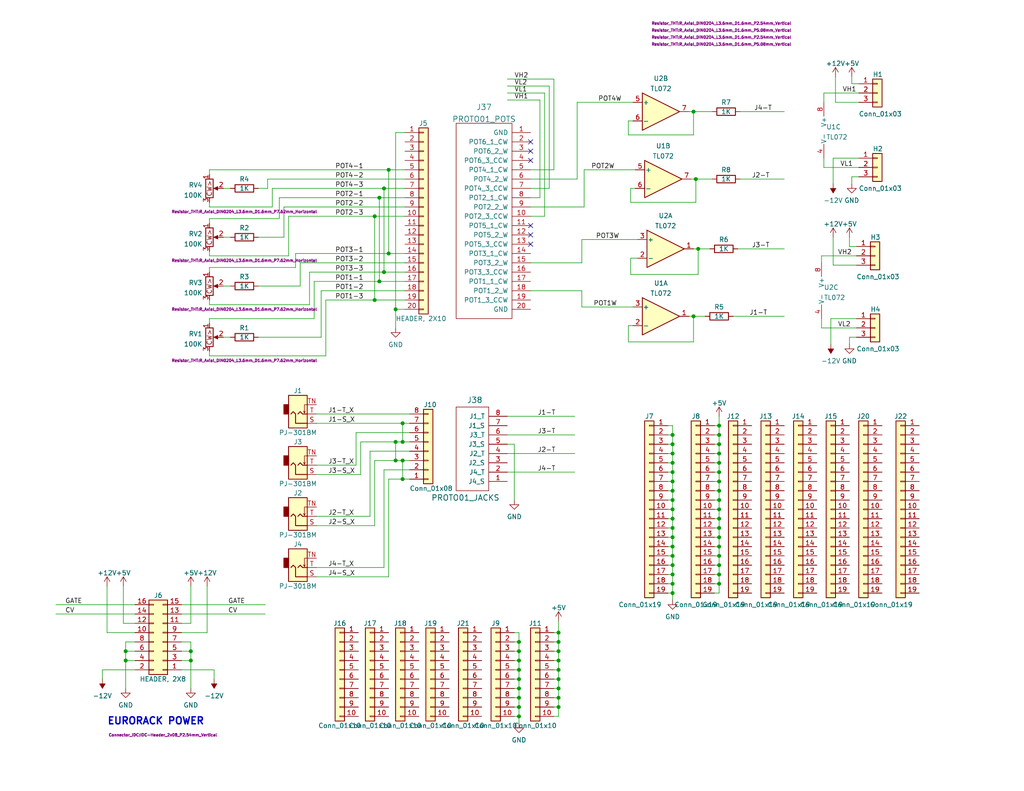
<source format=kicad_sch>
(kicad_sch (version 20211123) (generator eeschema)
  (paper "A")
  (title_block (title "ER-PROTO-DB-01 BUFFERED CV POTS") (date "2022-11-07") (rev "1"))
  (lib_symbols
    (symbol "Amplifier_Operational:TL072" (pin_names (offset 0.127))
      (property "Reference" "U" (at 0 5.08 0))
      (property "Value" "TL072" (at 0 -5.08 0))
      (symbol "TL072_1_1"
        (pin output line (at 7.62 0 180) (length 2.54) (name "~") (number "1"))
        (pin input line (at -7.62 -2.54 0) (length 2.54) (name "-") (number "2"))
        (pin input line (at -7.62 2.54 0) (length 2.54) (name "+") (number "3"))
      )
      (symbol "TL072_2_1"
        (pin input line (at -7.62 2.54 0) (length 2.54) (name "+") (number "5"))
        (pin input line (at -7.62 -2.54 0) (length 2.54) (name "-") (number "6"))
        (pin output line (at 7.62 0 180) (length 2.54) (name "~") (number "7"))
      )
      (symbol "TL072_3_1"
        (pin power_in line (at -2.54 -7.62 90) (length 3.81) (name "V-") (number "4"))
        (pin power_in line (at -2.54 7.62 270) (length 3.81) (name "V+") (number "8"))
      )
    )
    (symbol "Connector:AudioJack2_SwitchT"
      (property "Reference" "J" (at 0 8.89 0))
      (property "Value" "AudioJack2_SwitchT" (at 0 6.35 0))
      (symbol "AudioJack2_SwitchT_1_1"
        (pin passive line (at 5.08 2.54 180) (length 2.54) (name "~") (number "S"))
        (pin passive line (at 5.08 0 180) (length 2.54) (name "~") (number "T"))
        (pin passive line (at 5.08 -2.54 180) (length 2.54) (name "~") (number "TN"))
      )
    )
    (symbol "Connector_Generic:Conn_01x03" (pin_names (offset 1.016) hide)
      (property "Reference" "J" (at 0 5.08 0))
      (property "Value" "Conn_01x03" (at 0 -5.08 0))
      (symbol "Conn_01x03_1_1"
        (pin passive line (at -5.08 2.54 0) (length 3.81) (name "Pin_1") (number "1"))
        (pin passive line (at -5.08 0 0) (length 3.81) (name "Pin_2") (number "2"))
        (pin passive line (at -5.08 -2.54 0) (length 3.81) (name "Pin_3") (number "3"))
      )
    )
    (symbol "Connector_Generic:Conn_01x08" (pin_names (offset 1.016) hide)
      (property "Reference" "J" (at 0 10.16 0))
      (property "Value" "Conn_01x08" (at 0 -12.7 0))
      (symbol "Conn_01x08_1_1"
        (pin passive line (at -5.08 7.62 0) (length 3.81) (name "Pin_1") (number "1"))
        (pin passive line (at -5.08 5.08 0) (length 3.81) (name "Pin_2") (number "2"))
        (pin passive line (at -5.08 2.54 0) (length 3.81) (name "Pin_3") (number "3"))
        (pin passive line (at -5.08 0 0) (length 3.81) (name "Pin_4") (number "4"))
        (pin passive line (at -5.08 -2.54 0) (length 3.81) (name "Pin_5") (number "5"))
        (pin passive line (at -5.08 -5.08 0) (length 3.81) (name "Pin_6") (number "6"))
        (pin passive line (at -5.08 -7.62 0) (length 3.81) (name "Pin_7") (number "7"))
        (pin passive line (at -5.08 -10.16 0) (length 3.81) (name "Pin_8") (number "8"))
      )
    )
    (symbol "Connector_Generic:Conn_01x10" (pin_names (offset 1.016) hide)
      (property "Reference" "J" (at 0 12.7 0))
      (property "Value" "Conn_01x10" (at 0 -15.24 0))
      (symbol "Conn_01x10_1_1"
        (pin passive line (at -5.08 10.16 0) (length 3.81) (name "Pin_1") (number "1"))
        (pin passive line (at -5.08 -12.7 0) (length 3.81) (name "Pin_10") (number "10"))
        (pin passive line (at -5.08 7.62 0) (length 3.81) (name "Pin_2") (number "2"))
        (pin passive line (at -5.08 5.08 0) (length 3.81) (name "Pin_3") (number "3"))
        (pin passive line (at -5.08 2.54 0) (length 3.81) (name "Pin_4") (number "4"))
        (pin passive line (at -5.08 0 0) (length 3.81) (name "Pin_5") (number "5"))
        (pin passive line (at -5.08 -2.54 0) (length 3.81) (name "Pin_6") (number "6"))
        (pin passive line (at -5.08 -5.08 0) (length 3.81) (name "Pin_7") (number "7"))
        (pin passive line (at -5.08 -7.62 0) (length 3.81) (name "Pin_8") (number "8"))
        (pin passive line (at -5.08 -10.16 0) (length 3.81) (name "Pin_9") (number "9"))
      )
    )
    (symbol "Connector_Generic:Conn_01x19" (pin_names (offset 1.016) hide)
      (property "Reference" "J" (at 0 25.4 0))
      (property "Value" "Conn_01x19" (at 0 -25.4 0))
      (symbol "Conn_01x19_1_1"
        (pin passive line (at -5.08 22.86 0) (length 3.81) (name "Pin_1") (number "1"))
        (pin passive line (at -5.08 0 0) (length 3.81) (name "Pin_10") (number "10"))
        (pin passive line (at -5.08 -2.54 0) (length 3.81) (name "Pin_11") (number "11"))
        (pin passive line (at -5.08 -5.08 0) (length 3.81) (name "Pin_12") (number "12"))
        (pin passive line (at -5.08 -7.62 0) (length 3.81) (name "Pin_13") (number "13"))
        (pin passive line (at -5.08 -10.16 0) (length 3.81) (name "Pin_14") (number "14"))
        (pin passive line (at -5.08 -12.7 0) (length 3.81) (name "Pin_15") (number "15"))
        (pin passive line (at -5.08 -15.24 0) (length 3.81) (name "Pin_16") (number "16"))
        (pin passive line (at -5.08 -17.78 0) (length 3.81) (name "Pin_17") (number "17"))
        (pin passive line (at -5.08 -20.32 0) (length 3.81) (name "Pin_18") (number "18"))
        (pin passive line (at -5.08 -22.86 0) (length 3.81) (name "Pin_19") (number "19"))
        (pin passive line (at -5.08 20.32 0) (length 3.81) (name "Pin_2") (number "2"))
        (pin passive line (at -5.08 17.78 0) (length 3.81) (name "Pin_3") (number "3"))
        (pin passive line (at -5.08 15.24 0) (length 3.81) (name "Pin_4") (number "4"))
        (pin passive line (at -5.08 12.7 0) (length 3.81) (name "Pin_5") (number "5"))
        (pin passive line (at -5.08 10.16 0) (length 3.81) (name "Pin_6") (number "6"))
        (pin passive line (at -5.08 7.62 0) (length 3.81) (name "Pin_7") (number "7"))
        (pin passive line (at -5.08 5.08 0) (length 3.81) (name "Pin_8") (number "8"))
        (pin passive line (at -5.08 2.54 0) (length 3.81) (name "Pin_9") (number "9"))
      )
    )
    (symbol "Connector_Generic:Conn_01x20" (pin_names (offset 1.016) hide)
      (property "Reference" "J" (at 0 25.4 0))
      (property "Value" "Conn_01x20" (at 0 -27.94 0))
      (symbol "Conn_01x20_1_1"
        (pin passive line (at -5.08 22.86 0) (length 3.81) (name "Pin_1") (number "1"))
        (pin passive line (at -5.08 0 0) (length 3.81) (name "Pin_10") (number "10"))
        (pin passive line (at -5.08 -2.54 0) (length 3.81) (name "Pin_11") (number "11"))
        (pin passive line (at -5.08 -5.08 0) (length 3.81) (name "Pin_12") (number "12"))
        (pin passive line (at -5.08 -7.62 0) (length 3.81) (name "Pin_13") (number "13"))
        (pin passive line (at -5.08 -10.16 0) (length 3.81) (name "Pin_14") (number "14"))
        (pin passive line (at -5.08 -12.7 0) (length 3.81) (name "Pin_15") (number "15"))
        (pin passive line (at -5.08 -15.24 0) (length 3.81) (name "Pin_16") (number "16"))
        (pin passive line (at -5.08 -17.78 0) (length 3.81) (name "Pin_17") (number "17"))
        (pin passive line (at -5.08 -20.32 0) (length 3.81) (name "Pin_18") (number "18"))
        (pin passive line (at -5.08 -22.86 0) (length 3.81) (name "Pin_19") (number "19"))
        (pin passive line (at -5.08 20.32 0) (length 3.81) (name "Pin_2") (number "2"))
        (pin passive line (at -5.08 -25.4 0) (length 3.81) (name "Pin_20") (number "20"))
        (pin passive line (at -5.08 17.78 0) (length 3.81) (name "Pin_3") (number "3"))
        (pin passive line (at -5.08 15.24 0) (length 3.81) (name "Pin_4") (number "4"))
        (pin passive line (at -5.08 12.7 0) (length 3.81) (name "Pin_5") (number "5"))
        (pin passive line (at -5.08 10.16 0) (length 3.81) (name "Pin_6") (number "6"))
        (pin passive line (at -5.08 7.62 0) (length 3.81) (name "Pin_7") (number "7"))
        (pin passive line (at -5.08 5.08 0) (length 3.81) (name "Pin_8") (number "8"))
        (pin passive line (at -5.08 2.54 0) (length 3.81) (name "Pin_9") (number "9"))
      )
    )
    (symbol "Connector_Generic:Conn_02x08_Odd_Even" (pin_names (offset 1.016) hide)
      (property "Reference" "J" (at 1.27 10.16 0))
      (property "Value" "Conn_02x08_Odd_Even" (at 1.27 -12.7 0))
      (symbol "Conn_02x08_Odd_Even_1_1"
        (pin passive line (at -5.08 7.62 0) (length 3.81) (name "Pin_1") (number "1"))
        (pin passive line (at 7.62 -2.54 180) (length 3.81) (name "Pin_10") (number "10"))
        (pin passive line (at -5.08 -5.08 0) (length 3.81) (name "Pin_11") (number "11"))
        (pin passive line (at 7.62 -5.08 180) (length 3.81) (name "Pin_12") (number "12"))
        (pin passive line (at -5.08 -7.62 0) (length 3.81) (name "Pin_13") (number "13"))
        (pin passive line (at 7.62 -7.62 180) (length 3.81) (name "Pin_14") (number "14"))
        (pin passive line (at -5.08 -10.16 0) (length 3.81) (name "Pin_15") (number "15"))
        (pin passive line (at 7.62 -10.16 180) (length 3.81) (name "Pin_16") (number "16"))
        (pin passive line (at 7.62 7.62 180) (length 3.81) (name "Pin_2") (number "2"))
        (pin passive line (at -5.08 5.08 0) (length 3.81) (name "Pin_3") (number "3"))
        (pin passive line (at 7.62 5.08 180) (length 3.81) (name "Pin_4") (number "4"))
        (pin passive line (at -5.08 2.54 0) (length 3.81) (name "Pin_5") (number "5"))
        (pin passive line (at 7.62 2.54 180) (length 3.81) (name "Pin_6") (number "6"))
        (pin passive line (at -5.08 0 0) (length 3.81) (name "Pin_7") (number "7"))
        (pin passive line (at 7.62 0 180) (length 3.81) (name "Pin_8") (number "8"))
        (pin passive line (at -5.08 -2.54 0) (length 3.81) (name "Pin_9") (number "9"))
      )
    )
    (symbol "Device:R" (pin_numbers hide) (pin_names (offset 0))
      (property "Reference" "R" (at 2.032 0 90))
      (property "Value" "R" (at 0 0 90))
      (symbol "R_1_1"
        (pin passive line (at 0 3.81 270) (length 1.27) (name "~") (number "1"))
        (pin passive line (at 0 -3.81 90) (length 1.27) (name "~") (number "2"))
      )
    )
    (symbol "LandBoards_Conns:PROTO01_JACKS" (pin_names (offset 1.016))
      (property "Reference" "J" (at -3.81 13.97 0))
      (property "Value" "PROTO01_JACKS" (at 0 -11.43 0))
      (symbol "PROTO01_JACKS_1_1"
        (pin passive line (at 8.89 -7.62 180) (length 5.08) (name "J4_S") (number "1"))
        (pin passive line (at 8.89 -5.08 180) (length 5.08) (name "J4_T") (number "2"))
        (pin passive line (at 8.89 -2.54 180) (length 5.08) (name "J2_S") (number "3"))
        (pin passive line (at 8.89 0 180) (length 5.08) (name "J2_T") (number "4"))
        (pin passive line (at 8.89 2.54 180) (length 5.08) (name "J3_S") (number "5"))
        (pin passive line (at 8.89 5.08 180) (length 5.08) (name "J3_T") (number "6"))
        (pin passive line (at 8.89 7.62 180) (length 5.08) (name "J1_S") (number "7"))
        (pin passive line (at 8.89 10.16 180) (length 5.08) (name "J1_T") (number "8"))
      )
    )
    (symbol "LandBoards_Conns:PROTO01_POTS" (pin_names (offset 1.016))
      (property "Reference" "J" (at -1.27 27.94 0))
      (property "Value" "PROTO01_POTS" (at 0 -27.94 0))
      (symbol "PROTO01_POTS_1_1"
        (pin power_in line (at 11.43 24.13 180) (length 5.08) (name "GND") (number "1"))
        (pin passive line (at 11.43 1.27 180) (length 5.08) (name "POT2_3_CCW") (number "10"))
        (pin passive line (at 11.43 -1.27 180) (length 5.08) (name "POT5_1_CW") (number "11"))
        (pin passive line (at 11.43 -3.81 180) (length 5.08) (name "POT5_2_W") (number "12"))
        (pin passive line (at 11.43 -6.35 180) (length 5.08) (name "POT5_3_CCW") (number "13"))
        (pin passive line (at 11.43 -8.89 180) (length 5.08) (name "POT3_1_CW") (number "14"))
        (pin passive line (at 11.43 -11.43 180) (length 5.08) (name "POT3_2_W") (number "15"))
        (pin passive line (at 11.43 -13.97 180) (length 5.08) (name "POT3_3_CCW") (number "16"))
        (pin passive line (at 11.43 -16.51 180) (length 5.08) (name "POT1_1_CW") (number "17"))
        (pin passive line (at 11.43 -19.05 180) (length 5.08) (name "POT1_2_W") (number "18"))
        (pin passive line (at 11.43 -21.59 180) (length 5.08) (name "POT1_3_CCW") (number "19"))
        (pin passive line (at 11.43 21.59 180) (length 5.08) (name "POT6_1_CW") (number "2"))
        (pin power_in line (at 11.43 -24.13 180) (length 5.08) (name "GND") (number "20"))
        (pin passive line (at 11.43 19.05 180) (length 5.08) (name "POT6_2_W") (number "3"))
        (pin passive line (at 11.43 16.51 180) (length 5.08) (name "POT6_3_CCW") (number "4"))
        (pin passive line (at 11.43 13.97 180) (length 5.08) (name "POT4_1_CW") (number "5"))
        (pin passive line (at 11.43 11.43 180) (length 5.08) (name "POT4_2_W") (number "6"))
        (pin passive line (at 11.43 8.89 180) (length 5.08) (name "POT4_3_CCW") (number "7"))
        (pin passive line (at 11.43 6.35 180) (length 5.08) (name "POT2_1_CW") (number "8"))
        (pin passive line (at 11.43 3.81 180) (length 5.08) (name "POT2_2_W") (number "9"))
      )
    )
    (symbol "LandBoards_Conns:R_Pot_CW" (pin_names (offset 1.016) hide)
      (property "Reference" "RV" (at -1.27 1.27 0))
      (property "Value" "R_Pot_CW" (at -1.27 -1.27 0))
      (symbol "R_Pot_CW_0_0"
        (text "CW>" (at 0 0 900) (effects (font (size 1.27 1.27))))
      )
      (symbol "R_Pot_CW_1_1"
        (pin passive line (at 0 3.81 270) (length 1.27) (name "1") (number "1"))
        (pin passive line (at 3.81 0 180) (length 1.27) (name "2") (number "2"))
        (pin passive line (at 0 -3.81 90) (length 1.27) (name "3") (number "3"))
      )
    )
    (symbol "power:+12V" (power) (pin_names (offset 0))
      (property "Value" "+12V" (at 0 3.556 0))
      (symbol "+12V_1_1"
        (pin power_in line (at 0 0 90) (length 0) hide (name "+12V") (number "1"))
      )
    )
    (symbol "power:+5V" (power) (pin_names (offset 0))
      (property "Value" "+5V" (at 0 3.556 0))
      (symbol "+5V_1_1"
        (pin power_in line (at 0 0 90) (length 0) hide (name "+5V") (number "1"))
      )
    )
    (symbol "power:-12V" (power) (pin_names (offset 0))
      (property "Value" "-12V" (at 0 3.81 0))
      (symbol "-12V_0_0"
        (pin power_in line (at 0 0 90) (length 0) hide (name "-12V") (number "1"))
      )
    )
    (symbol "power:GND" (power) (pin_names (offset 0))
      (property "Value" "GND" (at 0 -3.81 0))
      (symbol "GND_1_1"
        (pin power_in line (at 0 0 270) (length 0) hide (name "GND") (number "1"))
      )
    )
  )
  (junction (at 106.045 69.215))
  (junction (at 102.235 81.915))
  (junction (at 196.215 116.205))
  (junction (at 183.515 161.925))
  (junction (at 183.515 131.445))
  (junction (at 152.4 172.72))
  (junction (at 183.515 151.765))
  (junction (at 141.605 180.34))
  (junction (at 34.29 180.34))
  (junction (at 190.5 67.945))
  (junction (at 196.215 159.385))
  (junction (at 196.215 123.825))
  (junction (at 183.515 154.305))
  (junction (at 196.215 151.765))
  (junction (at 52.07 180.34))
  (junction (at 196.215 139.065))
  (junction (at 152.4 175.26))
  (junction (at 183.515 126.365))
  (junction (at 141.605 187.96))
  (junction (at 107.95 84.455))
  (junction (at 183.515 141.605))
  (junction (at 183.515 156.845))
  (junction (at 196.215 128.905))
  (junction (at 183.515 133.985))
  (junction (at 152.4 193.04))
  (junction (at 183.515 123.825))
  (junction (at 34.29 177.8))
  (junction (at 189.23 86.36))
  (junction (at 196.215 141.605))
  (junction (at 196.215 146.685))
  (junction (at 107.95 125.73))
  (junction (at 196.215 133.985))
  (junction (at 103.505 76.835))
  (junction (at 141.605 185.42))
  (junction (at 152.4 190.5))
  (junction (at 196.215 126.365))
  (junction (at 152.4 187.96))
  (junction (at 183.515 144.145))
  (junction (at 183.515 121.285))
  (junction (at 183.515 139.065))
  (junction (at 106.045 46.355))
  (junction (at 109.855 125.73))
  (junction (at 103.505 53.975))
  (junction (at 141.605 177.8))
  (junction (at 102.235 59.055))
  (junction (at 52.07 177.8))
  (junction (at 109.855 120.65))
  (junction (at 196.215 136.525))
  (junction (at 196.215 154.305))
  (junction (at 183.515 159.385))
  (junction (at 196.215 131.445))
  (junction (at 183.515 146.685))
  (junction (at 183.515 136.525))
  (junction (at 189.23 30.48))
  (junction (at 141.605 175.26))
  (junction (at 189.865 48.895))
  (junction (at 141.605 193.04))
  (junction (at 196.215 121.285))
  (junction (at 183.515 118.745))
  (junction (at 196.215 149.225))
  (junction (at 141.605 195.58))
  (junction (at 109.855 130.81))
  (junction (at 152.4 180.34))
  (junction (at 141.605 182.88))
  (junction (at 183.515 149.225))
  (junction (at 152.4 177.8))
  (junction (at 141.605 190.5))
  (junction (at 152.4 182.88))
  (junction (at 196.215 144.145))
  (junction (at 107.95 120.65))
  (junction (at 109.855 115.57))
  (junction (at 183.515 128.905))
  (junction (at 104.775 74.295))
  (junction (at 104.775 51.435))
  (junction (at 152.4 185.42))
  (junction (at 196.215 156.845))
  (junction (at 196.215 118.745))
  (no_connect (at 144.78 41.275))
  (no_connect (at 144.78 43.815))
  (no_connect (at 144.78 38.735))
  (no_connect (at 144.78 61.595))
  (no_connect (at 144.78 64.135))
  (no_connect (at 144.78 66.675))
  (wire (pts (xy 213.995 30.48) (xy 201.93 30.48)))
  (wire (pts (xy 182.245 126.365) (xy 183.515 126.365)))
  (wire (pts (xy 234.315 45.72) (xy 224.79 45.72)))
  (wire (pts (xy 224.155 69.85) (xy 224.155 71.755)))
  (wire (pts (xy 140.335 182.88) (xy 141.605 182.88)))
  (wire (pts (xy 227.33 64.77) (xy 227.33 72.39)))
  (wire (pts (xy 190.5 74.93) (xy 190.5 67.945)))
  (wire (pts (xy 157.48 48.895) (xy 157.48 27.94)))
  (wire (pts (xy 196.215 121.285) (xy 196.215 123.825)))
  (wire (pts (xy 183.515 131.445) (xy 183.515 133.985)))
  (wire (pts (xy 103.505 76.835) (xy 110.49 76.835)))
  (wire (pts (xy 182.245 156.845) (xy 183.515 156.845)))
  (wire (pts (xy 84.455 74.295) (xy 84.455 83.185)))
  (wire (pts (xy 138.43 118.745) (xy 156.845 118.745)))
  (wire (pts (xy 104.775 51.435) (xy 110.49 51.435)))
  (wire (pts (xy 49.53 167.64) (xy 72.39 167.64)))
  (wire (pts (xy 200.025 86.36) (xy 213.995 86.36)))
  (wire (pts (xy 172.085 55.245) (xy 189.865 55.245)))
  (wire (pts (xy 141.605 195.58) (xy 141.605 197.485)))
  (wire (pts (xy 102.235 81.915) (xy 110.49 81.915)))
  (wire (pts (xy 224.79 45.72) (xy 224.79 43.18)))
  (wire (pts (xy 152.4 187.96) (xy 152.4 190.5)))
  (wire (pts (xy 74.295 56.515) (xy 74.295 51.435)))
  (wire (pts (xy 57.15 68.58) (xy 57.15 69.85)))
  (wire (pts (xy 234.315 27.94) (xy 227.965 27.94)))
  (wire (pts (xy 109.855 125.73) (xy 111.76 125.73)))
  (wire (pts (xy 171.45 33.02) (xy 171.45 36.83)))
  (wire (pts (xy 189.865 48.895) (xy 194.31 48.895)))
  (wire (pts (xy 140.335 190.5) (xy 141.605 190.5)))
  (wire (pts (xy 194.945 131.445) (xy 196.215 131.445)))
  (wire (pts (xy 15.24 165.1) (xy 36.83 165.1)))
  (wire (pts (xy 194.945 161.925) (xy 196.215 161.925)))
  (wire (pts (xy 201.295 67.945) (xy 213.995 67.945)))
  (wire (pts (xy 110.49 71.755) (xy 81.915 71.755)))
  (wire (pts (xy 141.605 172.72) (xy 141.605 175.26)))
  (wire (pts (xy 57.15 55.245) (xy 57.15 56.515)))
  (wire (pts (xy 86.36 140.97) (xy 100.965 140.97)))
  (wire (pts (xy 97.155 127) (xy 97.155 118.11)))
  (wire (pts (xy 152.4 175.26) (xy 152.4 177.8)))
  (wire (pts (xy 196.215 133.985) (xy 196.215 136.525)))
  (wire (pts (xy 87.63 79.375) (xy 87.63 92.075)))
  (wire (pts (xy 226.695 86.995) (xy 233.68 86.995)))
  (wire (pts (xy 183.515 161.925) (xy 183.515 163.83)))
  (wire (pts (xy 85.725 76.835) (xy 103.505 76.835)))
  (wire (pts (xy 144.78 56.515) (xy 159.385 56.515)))
  (wire (pts (xy 88.9 81.915) (xy 102.235 81.915)))
  (wire (pts (xy 183.515 139.065) (xy 183.515 141.605)))
  (wire (pts (xy 158.75 83.82) (xy 172.72 83.82)))
  (wire (pts (xy 104.775 128.27) (xy 111.76 128.27)))
  (wire (pts (xy 15.24 167.64) (xy 36.83 167.64)))
  (wire (pts (xy 106.045 46.355) (xy 106.045 69.215)))
  (wire (pts (xy 196.215 118.745) (xy 196.215 121.285)))
  (wire (pts (xy 182.245 159.385) (xy 183.515 159.385)))
  (wire (pts (xy 233.68 72.39) (xy 227.33 72.39)))
  (wire (pts (xy 182.245 151.765) (xy 183.515 151.765)))
  (wire (pts (xy 171.45 93.345) (xy 189.23 93.345)))
  (wire (pts (xy 183.515 154.305) (xy 183.515 156.845)))
  (wire (pts (xy 151.13 175.26) (xy 152.4 175.26)))
  (wire (pts (xy 29.21 160.02) (xy 29.21 172.72)))
  (wire (pts (xy 182.245 141.605) (xy 183.515 141.605)))
  (wire (pts (xy 107.95 120.65) (xy 107.95 125.73)))
  (wire (pts (xy 196.215 131.445) (xy 196.215 133.985)))
  (wire (pts (xy 109.855 120.65) (xy 111.76 120.65)))
  (wire (pts (xy 62.865 92.075) (xy 60.96 92.075)))
  (wire (pts (xy 171.45 88.9) (xy 171.45 93.345)))
  (wire (pts (xy 148.59 59.055) (xy 144.78 59.055)))
  (wire (pts (xy 49.53 165.1) (xy 72.39 165.1)))
  (wire (pts (xy 182.245 121.285) (xy 183.515 121.285)))
  (wire (pts (xy 183.515 121.285) (xy 183.515 123.825)))
  (wire (pts (xy 194.945 121.285) (xy 196.215 121.285)))
  (wire (pts (xy 183.515 118.745) (xy 183.515 121.285)))
  (wire (pts (xy 141.605 175.26) (xy 141.605 177.8)))
  (wire (pts (xy 88.9 81.915) (xy 88.9 97.155)))
  (wire (pts (xy 57.15 73.025) (xy 57.15 74.295)))
  (wire (pts (xy 107.95 120.65) (xy 109.855 120.65)))
  (wire (pts (xy 151.13 177.8) (xy 152.4 177.8)))
  (wire (pts (xy 189.23 86.36) (xy 192.405 86.36)))
  (wire (pts (xy 140.335 177.8) (xy 141.605 177.8)))
  (wire (pts (xy 33.655 170.18) (xy 33.655 160.02)))
  (wire (pts (xy 234.315 48.26) (xy 232.41 48.26)))
  (wire (pts (xy 190.5 67.945) (xy 189.23 67.945)))
  (wire (pts (xy 52.07 175.26) (xy 52.07 177.8)))
  (wire (pts (xy 81.915 71.755) (xy 81.915 78.105)))
  (wire (pts (xy 233.68 67.31) (xy 231.775 67.31)))
  (wire (pts (xy 57.15 86.995) (xy 85.725 86.995)))
  (wire (pts (xy 196.215 136.525) (xy 196.215 139.065)))
  (wire (pts (xy 106.045 69.215) (xy 110.49 69.215)))
  (wire (pts (xy 194.945 136.525) (xy 196.215 136.525)))
  (wire (pts (xy 152.4 193.04) (xy 152.4 195.58)))
  (wire (pts (xy 84.455 74.295) (xy 104.775 74.295)))
  (wire (pts (xy 52.07 160.02) (xy 52.07 170.18)))
  (wire (pts (xy 109.855 115.57) (xy 111.76 115.57)))
  (wire (pts (xy 140.335 193.04) (xy 141.605 193.04)))
  (wire (pts (xy 27.94 182.88) (xy 36.83 182.88)))
  (wire (pts (xy 140.335 185.42) (xy 141.605 185.42)))
  (wire (pts (xy 138.43 121.285) (xy 140.335 121.285)))
  (wire (pts (xy 57.15 83.185) (xy 84.455 83.185)))
  (wire (pts (xy 172.085 74.93) (xy 190.5 74.93)))
  (wire (pts (xy 49.53 180.34) (xy 52.07 180.34)))
  (wire (pts (xy 57.15 97.155) (xy 88.9 97.155)))
  (wire (pts (xy 57.15 95.885) (xy 57.15 97.155)))
  (wire (pts (xy 152.4 182.88) (xy 152.4 185.42)))
  (wire (pts (xy 194.945 146.685) (xy 196.215 146.685)))
  (wire (pts (xy 189.23 86.36) (xy 187.96 86.36)))
  (wire (pts (xy 36.83 170.18) (xy 33.655 170.18)))
  (wire (pts (xy 70.485 92.075) (xy 87.63 92.075)))
  (wire (pts (xy 227.33 43.18) (xy 234.315 43.18)))
  (wire (pts (xy 172.72 88.9) (xy 171.45 88.9)))
  (wire (pts (xy 86.36 157.48) (xy 106.045 157.48)))
  (wire (pts (xy 182.245 116.205) (xy 183.515 116.205)))
  (wire (pts (xy 80.645 69.215) (xy 106.045 69.215)))
  (wire (pts (xy 189.865 55.245) (xy 189.865 48.895)))
  (wire (pts (xy 140.335 180.34) (xy 141.605 180.34)))
  (wire (pts (xy 227.33 43.18) (xy 227.33 50.165)))
  (wire (pts (xy 189.23 93.345) (xy 189.23 86.36)))
  (wire (pts (xy 57.15 46.355) (xy 57.15 47.625)))
  (wire (pts (xy 98.425 120.65) (xy 107.95 120.65)))
  (wire (pts (xy 138.43 27.305) (xy 147.32 27.305)))
  (wire (pts (xy 158.75 79.375) (xy 158.75 83.82)))
  (wire (pts (xy 57.15 56.515) (xy 74.295 56.515)))
  (wire (pts (xy 62.865 64.77) (xy 60.96 64.77)))
  (wire (pts (xy 97.155 118.11) (xy 111.76 118.11)))
  (wire (pts (xy 182.245 149.225) (xy 183.515 149.225)))
  (wire (pts (xy 86.36 129.54) (xy 98.425 129.54)))
  (wire (pts (xy 102.235 59.055) (xy 110.49 59.055)))
  (wire (pts (xy 140.335 175.26) (xy 141.605 175.26)))
  (wire (pts (xy 151.13 172.72) (xy 152.4 172.72)))
  (wire (pts (xy 36.83 172.72) (xy 29.21 172.72)))
  (wire (pts (xy 152.4 172.72) (xy 152.4 175.26)))
  (wire (pts (xy 151.13 185.42) (xy 152.4 185.42)))
  (wire (pts (xy 183.515 146.685) (xy 183.515 149.225)))
  (wire (pts (xy 34.29 180.34) (xy 34.29 187.96)))
  (wire (pts (xy 49.53 172.72) (xy 56.515 172.72)))
  (wire (pts (xy 172.085 70.485) (xy 172.085 74.93)))
  (wire (pts (xy 194.945 149.225) (xy 196.215 149.225)))
  (wire (pts (xy 57.15 59.69) (xy 76.2 59.69)))
  (wire (pts (xy 138.43 128.905) (xy 156.845 128.905)))
  (wire (pts (xy 138.43 21.59) (xy 151.13 21.59)))
  (wire (pts (xy 74.295 51.435) (xy 104.775 51.435)))
  (wire (pts (xy 194.945 139.065) (xy 196.215 139.065)))
  (wire (pts (xy 107.95 36.195) (xy 107.95 84.455)))
  (wire (pts (xy 70.485 64.77) (xy 77.47 64.77)))
  (wire (pts (xy 138.43 23.495) (xy 149.86 23.495)))
  (wire (pts (xy 109.855 125.73) (xy 109.855 130.81)))
  (wire (pts (xy 152.4 185.42) (xy 152.4 187.96)))
  (wire (pts (xy 138.43 113.665) (xy 156.845 113.665)))
  (wire (pts (xy 62.865 78.105) (xy 60.96 78.105)))
  (wire (pts (xy 86.36 115.57) (xy 109.855 115.57)))
  (wire (pts (xy 182.245 118.745) (xy 183.515 118.745)))
  (wire (pts (xy 151.13 46.355) (xy 144.78 46.355)))
  (wire (pts (xy 196.215 123.825) (xy 196.215 126.365)))
  (wire (pts (xy 98.425 129.54) (xy 98.425 120.65)))
  (wire (pts (xy 77.47 56.515) (xy 77.47 64.77)))
  (wire (pts (xy 148.59 59.055) (xy 148.59 25.4)))
  (wire (pts (xy 34.29 175.26) (xy 34.29 177.8)))
  (wire (pts (xy 173.355 51.435) (xy 172.085 51.435)))
  (wire (pts (xy 141.605 190.5) (xy 141.605 193.04)))
  (wire (pts (xy 224.155 69.85) (xy 233.68 69.85)))
  (wire (pts (xy 196.215 151.765) (xy 196.215 154.305)))
  (wire (pts (xy 104.775 154.94) (xy 104.775 128.27)))
  (wire (pts (xy 106.045 130.81) (xy 109.855 130.81)))
  (wire (pts (xy 159.385 56.515) (xy 159.385 46.355)))
  (wire (pts (xy 81.915 78.105) (xy 70.485 78.105)))
  (wire (pts (xy 76.2 59.69) (xy 76.2 53.975)))
  (wire (pts (xy 189.23 30.48) (xy 194.31 30.48)))
  (wire (pts (xy 158.75 71.755) (xy 158.75 65.405)))
  (wire (pts (xy 140.335 195.58) (xy 141.605 195.58)))
  (wire (pts (xy 86.36 143.51) (xy 102.235 143.51)))
  (wire (pts (xy 224.79 25.4) (xy 234.315 25.4)))
  (wire (pts (xy 147.32 53.975) (xy 144.78 53.975)))
  (wire (pts (xy 232.41 48.26) (xy 232.41 50.165)))
  (wire (pts (xy 183.515 151.765) (xy 183.515 154.305)))
  (wire (pts (xy 140.335 121.285) (xy 140.335 136.525)))
  (wire (pts (xy 73.025 51.435) (xy 73.025 48.895)))
  (wire (pts (xy 34.29 180.34) (xy 36.83 180.34)))
  (wire (pts (xy 141.605 187.96) (xy 141.605 190.5)))
  (wire (pts (xy 183.515 156.845) (xy 183.515 159.385)))
  (wire (pts (xy 182.245 139.065) (xy 183.515 139.065)))
  (wire (pts (xy 152.4 180.34) (xy 152.4 182.88)))
  (wire (pts (xy 231.775 92.075) (xy 231.775 93.98)))
  (wire (pts (xy 157.48 27.94) (xy 172.72 27.94)))
  (wire (pts (xy 151.13 180.34) (xy 152.4 180.34)))
  (wire (pts (xy 110.49 56.515) (xy 77.47 56.515)))
  (wire (pts (xy 106.045 46.355) (xy 110.49 46.355)))
  (wire (pts (xy 85.725 76.835) (xy 85.725 86.995)))
  (wire (pts (xy 138.43 123.825) (xy 156.845 123.825)))
  (wire (pts (xy 56.515 160.02) (xy 56.515 172.72)))
  (wire (pts (xy 57.15 86.995) (xy 57.15 88.265)))
  (wire (pts (xy 196.215 154.305) (xy 196.215 156.845)))
  (wire (pts (xy 152.4 169.545) (xy 152.4 172.72)))
  (wire (pts (xy 78.74 59.055) (xy 78.74 69.85)))
  (wire (pts (xy 183.515 133.985) (xy 183.515 136.525)))
  (wire (pts (xy 194.945 159.385) (xy 196.215 159.385)))
  (wire (pts (xy 107.95 84.455) (xy 107.95 89.535)))
  (wire (pts (xy 182.245 128.905) (xy 183.515 128.905)))
  (wire (pts (xy 78.74 69.85) (xy 57.15 69.85)))
  (wire (pts (xy 100.965 123.19) (xy 111.76 123.19)))
  (wire (pts (xy 57.15 59.69) (xy 57.15 60.96)))
  (wire (pts (xy 183.515 126.365) (xy 183.515 128.905)))
  (wire (pts (xy 49.53 182.88) (xy 58.42 182.88)))
  (wire (pts (xy 151.13 190.5) (xy 152.4 190.5)))
  (wire (pts (xy 227.965 20.955) (xy 227.965 27.94)))
  (wire (pts (xy 57.15 73.025) (xy 80.645 73.025)))
  (wire (pts (xy 109.855 130.81) (xy 111.76 130.81)))
  (wire (pts (xy 107.95 125.73) (xy 109.855 125.73)))
  (wire (pts (xy 141.605 185.42) (xy 141.605 187.96)))
  (wire (pts (xy 183.515 141.605) (xy 183.515 144.145)))
  (wire (pts (xy 182.245 144.145) (xy 183.515 144.145)))
  (wire (pts (xy 138.43 25.4) (xy 148.59 25.4)))
  (wire (pts (xy 49.53 170.18) (xy 52.07 170.18)))
  (wire (pts (xy 182.245 161.925) (xy 183.515 161.925)))
  (wire (pts (xy 78.74 59.055) (xy 102.235 59.055)))
  (wire (pts (xy 34.29 177.8) (xy 34.29 180.34)))
  (wire (pts (xy 36.83 175.26) (xy 34.29 175.26)))
  (wire (pts (xy 182.245 123.825) (xy 183.515 123.825)))
  (wire (pts (xy 70.485 51.435) (xy 73.025 51.435)))
  (wire (pts (xy 104.775 51.435) (xy 104.775 74.295)))
  (wire (pts (xy 86.36 154.94) (xy 104.775 154.94)))
  (wire (pts (xy 233.68 92.075) (xy 231.775 92.075)))
  (wire (pts (xy 144.78 48.895) (xy 157.48 48.895)))
  (wire (pts (xy 182.245 136.525) (xy 183.515 136.525)))
  (wire (pts (xy 171.45 36.83) (xy 189.23 36.83)))
  (wire (pts (xy 194.945 126.365) (xy 196.215 126.365)))
  (wire (pts (xy 183.515 123.825) (xy 183.515 126.365)))
  (wire (pts (xy 183.515 149.225) (xy 183.515 151.765)))
  (wire (pts (xy 102.235 125.73) (xy 107.95 125.73)))
  (wire (pts (xy 76.2 53.975) (xy 103.505 53.975)))
  (wire (pts (xy 80.645 69.215) (xy 80.645 73.025)))
  (wire (pts (xy 189.23 36.83) (xy 189.23 30.48)))
  (wire (pts (xy 73.025 48.895) (xy 110.49 48.895)))
  (wire (pts (xy 194.945 116.205) (xy 196.215 116.205)))
  (wire (pts (xy 159.385 46.355) (xy 173.355 46.355)))
  (wire (pts (xy 182.245 133.985) (xy 183.515 133.985)))
  (wire (pts (xy 104.775 74.295) (xy 110.49 74.295)))
  (wire (pts (xy 173.99 70.485) (xy 172.085 70.485)))
  (wire (pts (xy 182.245 146.685) (xy 183.515 146.685)))
  (wire (pts (xy 196.215 144.145) (xy 196.215 146.685)))
  (wire (pts (xy 110.49 36.195) (xy 107.95 36.195)))
  (wire (pts (xy 149.86 51.435) (xy 144.78 51.435)))
  (wire (pts (xy 196.215 159.385) (xy 196.215 161.925)))
  (wire (pts (xy 140.335 187.96) (xy 141.605 187.96)))
  (wire (pts (xy 151.13 182.88) (xy 152.4 182.88)))
  (wire (pts (xy 234.315 22.86) (xy 232.41 22.86)))
  (wire (pts (xy 110.49 79.375) (xy 87.63 79.375)))
  (wire (pts (xy 183.515 159.385) (xy 183.515 161.925)))
  (wire (pts (xy 151.13 187.96) (xy 152.4 187.96)))
  (wire (pts (xy 182.245 131.445) (xy 183.515 131.445)))
  (wire (pts (xy 106.045 157.48) (xy 106.045 130.81)))
  (wire (pts (xy 231.775 64.77) (xy 231.775 67.31)))
  (wire (pts (xy 49.53 175.26) (xy 52.07 175.26)))
  (wire (pts (xy 183.515 136.525) (xy 183.515 139.065)))
  (wire (pts (xy 144.78 71.755) (xy 158.75 71.755)))
  (wire (pts (xy 183.515 116.205) (xy 183.515 118.745)))
  (wire (pts (xy 194.945 141.605) (xy 196.215 141.605)))
  (wire (pts (xy 172.085 51.435) (xy 172.085 55.245)))
  (wire (pts (xy 189.23 30.48) (xy 187.96 30.48)))
  (wire (pts (xy 151.13 46.355) (xy 151.13 21.59)))
  (wire (pts (xy 141.605 193.04) (xy 141.605 195.58)))
  (wire (pts (xy 151.13 193.04) (xy 152.4 193.04)))
  (wire (pts (xy 109.855 115.57) (xy 109.855 120.65)))
  (wire (pts (xy 189.865 48.895) (xy 188.595 48.895)))
  (wire (pts (xy 194.945 133.985) (xy 196.215 133.985)))
  (wire (pts (xy 196.215 156.845) (xy 196.215 159.385)))
  (wire (pts (xy 224.155 89.535) (xy 224.155 86.995)))
  (wire (pts (xy 196.215 149.225) (xy 196.215 151.765)))
  (wire (pts (xy 107.95 84.455) (xy 110.49 84.455)))
  (wire (pts (xy 60.96 51.435) (xy 62.865 51.435)))
  (wire (pts (xy 152.4 177.8) (xy 152.4 180.34)))
  (wire (pts (xy 183.515 144.145) (xy 183.515 146.685)))
  (wire (pts (xy 100.965 140.97) (xy 100.965 123.19)))
  (wire (pts (xy 141.605 180.34) (xy 141.605 182.88)))
  (wire (pts (xy 194.945 156.845) (xy 196.215 156.845)))
  (wire (pts (xy 194.945 154.305) (xy 196.215 154.305)))
  (wire (pts (xy 194.945 128.905) (xy 196.215 128.905)))
  (wire (pts (xy 196.215 141.605) (xy 196.215 144.145)))
  (wire (pts (xy 232.41 20.955) (xy 232.41 22.86)))
  (wire (pts (xy 86.36 113.03) (xy 111.76 113.03)))
  (wire (pts (xy 194.945 118.745) (xy 196.215 118.745)))
  (wire (pts (xy 196.215 126.365) (xy 196.215 128.905)))
  (wire (pts (xy 151.13 195.58) (xy 152.4 195.58)))
  (wire (pts (xy 86.36 127) (xy 97.155 127)))
  (wire (pts (xy 233.68 89.535) (xy 224.155 89.535)))
  (wire (pts (xy 102.235 143.51) (xy 102.235 125.73)))
  (wire (pts (xy 147.32 53.975) (xy 147.32 27.305)))
  (wire (pts (xy 144.78 79.375) (xy 158.75 79.375)))
  (wire (pts (xy 102.235 59.055) (xy 102.235 81.915)))
  (wire (pts (xy 52.07 180.34) (xy 52.07 187.96)))
  (wire (pts (xy 57.15 81.915) (xy 57.15 83.185)))
  (wire (pts (xy 194.945 123.825) (xy 196.215 123.825)))
  (wire (pts (xy 49.53 177.8) (xy 52.07 177.8)))
  (wire (pts (xy 196.215 113.665) (xy 196.215 116.205)))
  (wire (pts (xy 194.945 151.765) (xy 196.215 151.765)))
  (wire (pts (xy 196.215 116.205) (xy 196.215 118.745)))
  (wire (pts (xy 196.215 139.065) (xy 196.215 141.605)))
  (wire (pts (xy 152.4 190.5) (xy 152.4 193.04)))
  (wire (pts (xy 158.75 65.405) (xy 173.99 65.405)))
  (wire (pts (xy 183.515 128.905) (xy 183.515 131.445)))
  (wire (pts (xy 58.42 182.88) (xy 58.42 185.42)))
  (wire (pts (xy 226.695 86.995) (xy 226.695 93.98)))
  (wire (pts (xy 140.335 172.72) (xy 141.605 172.72)))
  (wire (pts (xy 103.505 53.975) (xy 110.49 53.975)))
  (wire (pts (xy 52.07 177.8) (xy 52.07 180.34)))
  (wire (pts (xy 103.505 53.975) (xy 103.505 76.835)))
  (wire (pts (xy 27.94 185.42) (xy 27.94 182.88)))
  (wire (pts (xy 201.93 48.895) (xy 213.995 48.895)))
  (wire (pts (xy 34.29 177.8) (xy 36.83 177.8)))
  (wire (pts (xy 141.605 182.88) (xy 141.605 185.42)))
  (wire (pts (xy 172.72 33.02) (xy 171.45 33.02)))
  (wire (pts (xy 194.945 144.145) (xy 196.215 144.145)))
  (wire (pts (xy 190.5 67.945) (xy 193.675 67.945)))
  (wire (pts (xy 224.79 27.94) (xy 224.79 25.4)))
  (wire (pts (xy 141.605 177.8) (xy 141.605 180.34)))
  (wire (pts (xy 149.86 51.435) (xy 149.86 23.495)))
  (wire (pts (xy 182.245 154.305) (xy 183.515 154.305)))
  (wire (pts (xy 57.15 46.355) (xy 106.045 46.355)))
  (wire (pts (xy 196.215 146.685) (xy 196.215 149.225)))
  (wire (pts (xy 196.215 128.905) (xy 196.215 131.445)))
  (text "EURORACK POWER" (at 29.21 198.12 0) (effects (font (size 1.905 1.905) (thickness 0.381) bold) (justify left bottom)))
  (label "VL1" (at 140.335 25.4 0))
  (label "VL2" (at 228.6 89.535 0))
  (label "GATE" (at 62.23 165.1 0))
  (label "VL2" (at 140.335 23.495 0))
  (label "J3-T_X" (at 89.535 127 0))
  (label "GATE" (at 17.78 165.1 0))
  (label "POT4-3" (at 91.44 51.435 0))
  (label "POT2W" (at 161.29 46.355 0))
  (label "POT3W" (at 162.56 65.405 0))
  (label "POT2-1" (at 91.44 53.975 0))
  (label "VH2" (at 228.6 69.85 0))
  (label "J2-T_X" (at 89.535 140.97 0))
  (label "POT1-2" (at 91.44 79.375 0))
  (label "POT2-3" (at 91.44 59.055 0))
  (label "J4-T_X" (at 89.535 154.94 0))
  (label "CV" (at 62.23 167.64 0))
  (label "J3-S_X" (at 89.535 129.54 0))
  (label "J2-T" (at 205.105 48.895 0))
  (label "POT4W" (at 163.195 27.94 0))
  (label "J4-T" (at 146.685 128.905 0))
  (label "POT4-2" (at 91.44 48.895 0))
  (label "POT3-3" (at 91.44 74.295 0))
  (label "VH2" (at 140.335 21.59 0))
  (label "VH1" (at 229.87 25.4 0))
  (label "J1-T" (at 204.47 86.36 0))
  (label "J2-T" (at 146.685 123.825 0))
  (label "POT2-2" (at 91.44 56.515 0))
  (label "J1-T_X" (at 89.535 113.03 0))
  (label "CV" (at 17.78 167.64 0))
  (label "J1-S_X" (at 89.535 115.57 0))
  (label "VH1" (at 140.335 27.305 0))
  (label "J3-T" (at 146.685 118.745 0))
  (label "J4-S_X" (at 89.535 157.48 0))
  (label "J4-T" (at 205.74 30.48 0))
  (label "J3-T" (at 205.105 67.945 0))
  (label "VL1" (at 229.235 45.72 0))
  (label "J1-T" (at 146.685 113.665 0))
  (label "POT1W" (at 161.925 83.82 0))
  (label "POT1-1" (at 91.44 76.835 0))
  (label "POT1-3" (at 91.44 81.915 0))
  (label "J2-S_X" (at 89.535 143.51 0))
  (label "POT3-1" (at 91.44 69.215 0))
  (label "POT4-1" (at 91.44 46.355 0))
  (label "POT3-2" (at 91.44 71.755 0))
  (symbol (lib_id "Device:R") (at 198.12 48.895 270) (unit 1)
    (property "Reference" "R8" (at 198.12 46.355 90))
    (property "Value" "1K" (at 198.12 48.895 90))
    (property "Footprint" "Resistor_THT:R_Axial_DIN0204_L3.6mm_D1.6mm_P5.08mm_Vertical" (at 196.85 8.255 90) (effects (font (size 0.762 0.762))))
    (property "Datasheet" "https://www.mouser.com/ProductDetail/Xicon/299-2.2K-RC?qs=QaPBMFBEHz3RDbXknTj%252ByA%3D%3D" (effects hide))
  )
  (symbol (lib_id "power:GND") (at 140.335 136.525 0) (unit 1)
    (property "Reference" "#PWR0109" (effects hide))
    (property "Value" "GND" (at 140.335 141.0875 0))
  )
  (symbol (lib_id "power:GND") (at 232.41 50.165 0) (unit 1)
    (property "Reference" "#PWR09" (effects hide))
    (property "Value" "GND" (at 232.41 54.7275 0))
  )
  (symbol (lib_id "power:GND") (at 34.29 187.96 0) (unit 1)
    (property "Reference" "#PWR0104" (effects hide))
    (property "Value" "GND" (at 34.29 192.5225 0))
  )
  (symbol (lib_id "power:+5V") (at 152.4 169.545 0) (unit 1)
    (property "Reference" "#PWR0124" (effects hide))
    (property "Value" "+5V" (at 152.4 165.9405 0))
  )
  (symbol (lib_id "Amplifier_Operational:TL072") (at 180.34 86.36 0) (unit 1)
    (property "Reference" "U1" (at 180.34 77.3135 0))
    (property "Value" "TL072" (at 180.34 80.0886 0))
    (property "Footprint" "Package_DIP:DIP-8_W7.62mm" (effects hide))
    (property "Datasheet" "http://www.ti.com/lit/ds/symlink/tl071.pdf" (effects hide))
  )
  (symbol (lib_id "Device:R") (at 197.485 67.945 270) (unit 1)
    (property "Reference" "R6" (at 197.485 65.405 90))
    (property "Value" "1K" (at 197.485 67.945 90))
    (property "Footprint" "Resistor_THT:R_Axial_DIN0204_L3.6mm_D1.6mm_P2.54mm_Vertical" (at 196.85 10.16 90) (effects (font (size 0.762 0.762))))
    (property "Datasheet" "https://www.mouser.com/ProductDetail/Xicon/299-2.2K-RC?qs=QaPBMFBEHz3RDbXknTj%252ByA%3D%3D" (effects hide))
  )
  (symbol (lib_id "Device:R") (at 66.675 78.105 90) (unit 1) (in_bom no) (on_board no)
    (property "Reference" "R3" (at 66.675 75.565 90))
    (property "Value" "1K" (at 66.675 78.105 90))
    (property "Footprint" "Resistor_THT:R_Axial_DIN0204_L3.6mm_D1.6mm_P7.62mm_Horizontal" (at 66.675 84.455 90) (effects (font (size 0.762 0.762))))
    (property "Datasheet" "https://www.mouser.com/ProductDetail/Xicon/299-2.2K-RC?qs=QaPBMFBEHz3RDbXknTj%252ByA%3D%3D" (effects hide))
  )
  (symbol (lib_id "Connector_Generic:Conn_01x19") (at 189.865 139.065 0) (mirror y) (unit 1)
    (property "Reference" "J8" (at 189.865 113.665 0))
    (property "Value" "Conn_01x19" (at 189.865 165.1 0))
    (property "Footprint" "Connector_PinHeader_2.54mm:PinHeader_1x19_P2.54mm_Vertical" (effects hide))
  )
  (symbol (lib_id "power:GND") (at 52.07 187.96 0) (unit 1)
    (property "Reference" "#PWR0105" (effects hide))
    (property "Value" "GND" (at 52.07 192.5225 0))
  )
  (symbol (lib_id "Device:R") (at 196.215 86.36 270) (unit 1)
    (property "Reference" "R5" (at 196.215 83.82 90))
    (property "Value" "1K" (at 196.215 86.36 90))
    (property "Footprint" "Resistor_THT:R_Axial_DIN0204_L3.6mm_D1.6mm_P5.08mm_Vertical" (at 196.85 12.065 90) (effects (font (size 0.762 0.762))))
    (property "Datasheet" "https://www.mouser.com/ProductDetail/Xicon/299-2.2K-RC?qs=QaPBMFBEHz3RDbXknTj%252ByA%3D%3D" (effects hide))
  )
  (symbol (lib_id "LandBoards_Conns:R_Pot_CW") (at 57.15 64.77 0) (unit 1) (in_bom no) (on_board no)
    (property "Reference" "RV2" (at 55.2545 63.8615 0) (effects (justify right)))
    (property "Value" "100K" (at 55.2545 66.6366 0) (effects (justify right)))
  )
  (symbol (lib_id "power:-12V") (at 27.94 185.42 180) (unit 1)
    (property "Reference" "#PWR0108" (effects hide))
    (property "Value" "-12V" (at 27.94 189.9825 0))
  )
  (symbol (lib_id "Connector_Generic:Conn_01x08") (at 116.84 123.19 0) (mirror x) (unit 1)
    (property "Reference" "J10" (at 115.57 110.49 0) (effects (justify left)))
    (property "Value" "Conn_01x08" (at 111.76 133.35 0) (effects (justify left)))
    (property "Footprint" "Connector_PinHeader_2.54mm:PinHeader_1x08_P2.54mm_Vertical" (effects hide))
  )
  (symbol (lib_id "Amplifier_Operational:TL072") (at 180.34 30.48 0) (unit 2)
    (property "Reference" "U2" (at 180.34 21.4335 0))
    (property "Value" "TL072" (at 180.34 24.2086 0))
    (property "Footprint" "Package_DIP:DIP-8_W7.62mm" (effects hide))
    (property "Datasheet" "http://www.ti.com/lit/ds/symlink/tl071.pdf" (effects hide))
  )
  (symbol (lib_id "Connector_Generic:Conn_01x19") (at 235.585 139.065 0) (mirror y) (unit 1)
    (property "Reference" "J20" (at 235.585 113.665 0))
    (property "Value" "Conn_01x19" (at 233.045 165.1 0))
    (property "Footprint" "Connector_PinHeader_2.54mm:PinHeader_1x19_P2.54mm_Vertical" (effects hide))
  )
  (symbol (lib_id "power:-12V") (at 58.42 185.42 180) (unit 1)
    (property "Reference" "#PWR0113" (effects hide))
    (property "Value" "-12V" (at 58.42 189.9825 0))
  )
  (symbol (lib_id "Connector:AudioJack2_SwitchT") (at 81.28 127 0) (mirror x) (unit 1) (in_bom no) (on_board no)
    (property "Reference" "J3" (at 81.28 120.65 0))
    (property "Value" "PJ-301BM" (at 81.28 132.08 0))
    (property "Footprint" "AudioJacks:Jack_3.5mm_QingPu_WQP-PJ301BM_Vertical" (effects hide))
    (property "Datasheet" "https://www.taydaelectronics.com/pj-301bm-3-5-mm-mono-phone-jack.html" (effects hide))
  )
  (symbol (lib_id "power:GND") (at 183.515 163.83 0) (unit 1)
    (property "Reference" "#PWR0116" (effects hide))
    (property "Value" "GND" (at 183.515 168.3925 0))
  )
  (symbol (lib_id "Connector_Generic:Conn_01x03") (at 238.76 69.85 0) (unit 1)
    (property "Reference" "H3" (at 237.49 64.77 0) (effects (justify left)))
    (property "Value" "Conn_01x03" (at 233.68 75.565 0) (effects (justify left)))
    (property "Footprint" "Connector_PinHeader_2.54mm:PinHeader_1x03_P2.54mm_Vertical" (effects hide))
  )
  (symbol (lib_id "Connector_Generic:Conn_01x03") (at 238.76 89.535 0) (unit 1)
    (property "Reference" "H4" (at 237.49 84.455 0) (effects (justify left)))
    (property "Value" "Conn_01x03" (at 233.68 95.25 0) (effects (justify left)))
    (property "Footprint" "Connector_PinHeader_2.54mm:PinHeader_1x03_P2.54mm_Vertical" (effects hide))
  )
  (symbol (lib_id "Connector_Generic:Conn_01x10") (at 135.255 182.88 0) (mirror y) (unit 1)
    (property "Reference" "J9" (at 135.255 170.18 0))
    (property "Value" "Conn_01x10" (at 135.255 198.12 0))
    (property "Footprint" "Connector_PinHeader_2.54mm:PinHeader_1x10_P2.54mm_Vertical" (effects hide))
  )
  (symbol (lib_id "Device:R") (at 66.675 64.77 90) (unit 1) (in_bom no) (on_board no)
    (property "Reference" "R2" (at 66.675 62.23 90))
    (property "Value" "1K" (at 66.675 64.77 90))
    (property "Footprint" "Resistor_THT:R_Axial_DIN0204_L3.6mm_D1.6mm_P7.62mm_Horizontal" (at 66.675 71.12 90) (effects (font (size 0.762 0.762))))
    (property "Datasheet" "https://www.mouser.com/ProductDetail/Xicon/299-2.2K-RC?qs=QaPBMFBEHz3RDbXknTj%252ByA%3D%3D" (effects hide))
  )
  (symbol (lib_id "power:+5V") (at 33.655 160.02 0) (unit 1)
    (property "Reference" "#PWR0103" (effects hide))
    (property "Value" "+5V" (at 33.655 156.4155 0))
  )
  (symbol (lib_id "power:+12V") (at 29.21 160.02 0) (unit 1)
    (property "Reference" "#PWR0102" (effects hide))
    (property "Value" "+12V" (at 29.21 156.4155 0))
  )
  (symbol (lib_id "Connector_Generic:Conn_01x03") (at 239.395 25.4 0) (unit 1)
    (property "Reference" "H1" (at 238.125 20.32 0) (effects (justify left)))
    (property "Value" "Conn_01x03" (at 234.315 31.115 0) (effects (justify left)))
    (property "Footprint" "Connector_PinHeader_2.54mm:PinHeader_1x03_P2.54mm_Vertical" (effects hide))
  )
  (symbol (lib_id "power:+5V") (at 231.775 64.77 0) (unit 1)
    (property "Reference" "#PWR06" (effects hide))
    (property "Value" "+5V" (at 231.775 61.1655 0))
  )
  (symbol (lib_id "Connector_Generic:Conn_01x03") (at 239.395 45.72 0) (unit 1)
    (property "Reference" "H2" (at 238.125 40.64 0) (effects (justify left)))
    (property "Value" "Conn_01x03" (at 234.315 51.435 0) (effects (justify left)))
    (property "Footprint" "Connector_PinHeader_2.54mm:PinHeader_1x03_P2.54mm_Vertical" (effects hide))
  )
  (symbol (lib_id "Connector_Generic:Conn_01x10") (at 146.05 182.88 0) (mirror y) (unit 1)
    (property "Reference" "J11" (at 146.05 170.18 0))
    (property "Value" "Conn_01x10" (at 146.05 198.12 0))
    (property "Footprint" "Connector_PinHeader_2.54mm:PinHeader_1x10_P2.54mm_Vertical" (effects hide))
  )
  (symbol (lib_id "Connector_Generic:Conn_01x19") (at 217.805 139.065 0) (mirror y) (unit 1)
    (property "Reference" "J14" (at 217.805 113.665 0))
    (property "Value" "Conn_01x19" (at 215.265 165.1 0))
    (property "Footprint" "Connector_PinHeader_2.54mm:PinHeader_1x19_P2.54mm_Vertical" (effects hide))
  )
  (symbol (lib_id "LandBoards_Conns:R_Pot_CW") (at 57.15 92.075 0) (unit 1) (in_bom no) (on_board no)
    (property "Reference" "RV1" (at 55.2545 91.1665 0) (effects (justify right)))
    (property "Value" "100K" (at 55.2545 93.9416 0) (effects (justify right)))
  )
  (symbol (lib_id "Connector_Generic:Conn_01x20") (at 115.57 59.055 0) (unit 1)
    (property "Reference" "J5" (at 114.3 33.655 0) (effects (justify left)))
    (property "Value" "HEADER, 2X10" (at 107.95 86.995 0) (effects (justify left)))
    (property "Footprint" "Connector_PinHeader_2.54mm:PinHeader_2x10_P2.54mm_Vertical" (effects hide))
  )
  (symbol (lib_id "power:-12V") (at 226.695 93.98 180) (unit 1)
    (property "Reference" "#PWR02" (effects hide))
    (property "Value" "-12V" (at 226.695 98.5425 0))
  )
  (symbol (lib_id "Amplifier_Operational:TL072") (at 181.61 67.945 0) (unit 1)
    (property "Reference" "U2" (at 181.61 58.8985 0))
    (property "Value" "TL072" (at 181.61 61.6736 0))
    (property "Footprint" "Package_DIP:DIP-8_W7.62mm" (effects hide))
    (property "Datasheet" "http://www.ti.com/lit/ds/symlink/tl071.pdf" (effects hide))
  )
  (symbol (lib_id "Amplifier_Operational:TL072") (at 226.695 79.375 0) (unit 3)
    (property "Reference" "U2" (at 224.79 78.4665 0) (effects (justify left)))
    (property "Value" "TL072" (at 224.79 81.2416 0) (effects (justify left)))
    (property "Footprint" "Package_DIP:DIP-8_W7.62mm" (effects hide))
    (property "Datasheet" "http://www.ti.com/lit/ds/symlink/tl071.pdf" (effects hide))
  )
  (symbol (lib_id "power:+5V") (at 232.41 20.955 0) (unit 1)
    (property "Reference" "#PWR08" (effects hide))
    (property "Value" "+5V" (at 232.41 17.3505 0))
  )
  (symbol (lib_id "power:GND") (at 141.605 197.485 0) (unit 1)
    (property "Reference" "#PWR0123" (effects hide))
    (property "Value" "GND" (at 141.605 202.0475 0))
  )
  (symbol (lib_id "LandBoards_Conns:R_Pot_CW") (at 57.15 51.435 0) (unit 1) (in_bom no) (on_board no)
    (property "Reference" "RV4" (at 55.2545 50.5265 0) (effects (justify right)))
    (property "Value" "100K" (at 55.2545 53.3016 0) (effects (justify right)))
  )
  (symbol (lib_id "power:+12V") (at 227.33 64.77 0) (unit 1)
    (property "Reference" "#PWR04" (effects hide))
    (property "Value" "+12V" (at 227.33 61.1655 0))
  )
  (symbol (lib_id "power:+12V") (at 56.515 160.02 0) (unit 1)
    (property "Reference" "#PWR0106" (effects hide))
    (property "Value" "+12V" (at 56.515 156.4155 0))
  )
  (symbol (lib_id "Device:R") (at 66.675 92.075 90) (unit 1) (in_bom no) (on_board no)
    (property "Reference" "R1" (at 66.675 89.535 90))
    (property "Value" "1K" (at 66.675 92.075 90))
    (property "Footprint" "Resistor_THT:R_Axial_DIN0204_L3.6mm_D1.6mm_P7.62mm_Horizontal" (at 66.675 98.425 90) (effects (font (size 0.762 0.762))))
    (property "Datasheet" "https://www.mouser.com/ProductDetail/Xicon/299-2.2K-RC?qs=QaPBMFBEHz3RDbXknTj%252ByA%3D%3D" (effects hide))
  )
  (symbol (lib_id "Connector_Generic:Conn_01x10") (at 92.71 182.88 0) (mirror y) (unit 1)
    (property "Reference" "J16" (at 92.71 170.18 0))
    (property "Value" "Conn_01x10" (at 92.71 198.12 0))
    (property "Footprint" "Connector_PinHeader_2.54mm:PinHeader_1x10_P2.54mm_Vertical" (effects hide))
  )
  (symbol (lib_id "Connector_Generic:Conn_01x19") (at 200.025 139.065 0) (mirror y) (unit 1)
    (property "Reference" "J12" (at 200.025 113.665 0))
    (property "Value" "Conn_01x19" (at 197.485 165.1 0))
    (property "Footprint" "Connector_PinHeader_2.54mm:PinHeader_1x19_P2.54mm_Vertical" (effects hide))
  )
  (symbol (lib_id "Connector_Generic:Conn_01x10") (at 100.965 182.88 0) (mirror y) (unit 1)
    (property "Reference" "J17" (at 100.965 170.18 0))
    (property "Value" "Conn_01x10" (at 100.965 198.12 0))
    (property "Footprint" "Connector_PinHeader_2.54mm:PinHeader_1x10_P2.54mm_Vertical" (effects hide))
  )
  (symbol (lib_id "power:GND") (at 231.775 93.98 0) (unit 1)
    (property "Reference" "#PWR07" (effects hide))
    (property "Value" "GND" (at 231.775 98.5425 0))
  )
  (symbol (lib_id "Connector_Generic:Conn_01x10") (at 117.475 182.88 0) (mirror y) (unit 1)
    (property "Reference" "J19" (at 117.475 170.18 0))
    (property "Value" "Conn_01x10" (at 117.475 198.12 0))
    (property "Footprint" "Connector_PinHeader_2.54mm:PinHeader_1x10_P2.54mm_Vertical" (effects hide))
  )
  (symbol (lib_id "power:-12V") (at 227.33 50.165 180) (unit 1)
    (property "Reference" "#PWR03" (effects hide))
    (property "Value" "-12V" (at 227.33 54.7275 0))
  )
  (symbol (lib_id "LandBoards_Conns:R_Pot_CW") (at 57.15 78.105 0) (unit 1) (in_bom no) (on_board no)
    (property "Reference" "RV3" (at 55.2545 77.1965 0) (effects (justify right)))
    (property "Value" "100K" (at 55.2545 79.9716 0) (effects (justify right)))
  )
  (symbol (lib_id "Amplifier_Operational:TL072") (at 227.33 35.56 0) (unit 3)
    (property "Reference" "U1" (at 225.425 34.6515 0) (effects (justify left)))
    (property "Value" "TL072" (at 225.425 37.4266 0) (effects (justify left)))
    (property "Footprint" "Package_DIP:DIP-8_W7.62mm" (effects hide))
    (property "Datasheet" "http://www.ti.com/lit/ds/symlink/tl071.pdf" (effects hide))
  )
  (symbol (lib_id "Connector_Generic:Conn_01x10") (at 109.22 182.88 0) (mirror y) (unit 1)
    (property "Reference" "J18" (at 109.22 170.18 0))
    (property "Value" "Conn_01x10" (at 109.22 198.12 0))
    (property "Footprint" "Connector_PinHeader_2.54mm:PinHeader_1x10_P2.54mm_Vertical" (effects hide))
  )
  (symbol (lib_id "Device:R") (at 66.675 51.435 90) (unit 1) (in_bom no) (on_board no)
    (property "Reference" "R4" (at 66.675 48.895 90))
    (property "Value" "1K" (at 66.675 51.435 90))
    (property "Footprint" "Resistor_THT:R_Axial_DIN0204_L3.6mm_D1.6mm_P7.62mm_Horizontal" (at 66.675 57.785 90) (effects (font (size 0.762 0.762))))
    (property "Datasheet" "https://www.mouser.com/ProductDetail/Xicon/299-2.2K-RC?qs=QaPBMFBEHz3RDbXknTj%252ByA%3D%3D" (effects hide))
  )
  (symbol (lib_id "Connector_Generic:Conn_01x19") (at 177.165 139.065 0) (mirror y) (unit 1)
    (property "Reference" "J7" (at 177.165 113.665 0))
    (property "Value" "Conn_01x19" (at 174.625 165.1 0))
    (property "Footprint" "Connector_PinHeader_2.54mm:PinHeader_1x19_P2.54mm_Vertical" (effects hide))
  )
  (symbol (lib_id "Connector:AudioJack2_SwitchT") (at 81.28 113.03 0) (mirror x) (unit 1) (in_bom no) (on_board no)
    (property "Reference" "J1" (at 81.28 106.68 0))
    (property "Value" "PJ-301BM" (at 81.28 118.11 0))
    (property "Footprint" "AudioJacks:Jack_3.5mm_QingPu_WQP-PJ301BM_Vertical" (effects hide))
    (property "Datasheet" "https://www.taydaelectronics.com/pj-301bm-3-5-mm-mono-phone-jack.html" (effects hide))
  )
  (symbol (lib_id "Connector_Generic:Conn_01x10") (at 126.365 182.88 0) (mirror y) (unit 1)
    (property "Reference" "J21" (at 126.365 170.18 0))
    (property "Value" "Conn_01x10" (at 126.365 198.12 0))
    (property "Footprint" "Connector_PinHeader_2.54mm:PinHeader_1x10_P2.54mm_Vertical" (effects hide))
  )
  (symbol (lib_id "power:+5V") (at 196.215 113.665 0) (unit 1)
    (property "Reference" "#PWR0117" (effects hide))
    (property "Value" "+5V" (at 196.215 110.0605 0))
  )
  (symbol (lib_id "power:+5V") (at 52.07 160.02 0) (unit 1)
    (property "Reference" "#PWR0107" (effects hide))
    (property "Value" "+5V" (at 52.07 156.4155 0))
  )
  (symbol (lib_id "Connector:AudioJack2_SwitchT") (at 81.28 140.97 0) (mirror x) (unit 1) (in_bom no) (on_board no)
    (property "Reference" "J2" (at 81.28 134.62 0))
    (property "Value" "PJ-301BM" (at 81.28 146.05 0))
    (property "Footprint" "AudioJacks:Jack_3.5mm_QingPu_WQP-PJ301BM_Vertical" (effects hide))
    (property "Datasheet" "https://www.taydaelectronics.com/pj-301bm-3-5-mm-mono-phone-jack.html" (effects hide))
  )
  (symbol (lib_id "power:GND") (at 107.95 89.535 0) (unit 1)
    (property "Reference" "#PWR0101" (effects hide))
    (property "Value" "GND" (at 107.95 94.0975 0))
  )
  (symbol (lib_id "power:+12V") (at 227.965 20.955 0) (unit 1)
    (property "Reference" "#PWR05" (effects hide))
    (property "Value" "+12V" (at 227.965 17.3505 0))
  )
  (symbol (lib_id "LandBoards_Conns:PROTO01_POTS") (at 133.35 60.325 0) (unit 1)
    (property "Reference" "J37" (at 132.08 29.2511 0) (effects (font (size 1.524 1.524))))
    (property "Value" "PROTO01_POTS" (at 132.08 32.5301 0) (effects (font (size 1.524 1.524))))
    (property "Footprint" "Connector_PinHeader_2.54mm:PinHeader_2x10_P2.54mm_Vertical" (effects hide))
  )
  (symbol (lib_id "LandBoards_Conns:PROTO01_JACKS") (at 129.54 123.825 0) (unit 1)
    (property "Reference" "J38" (at 129.54 109.22 0) (effects (font (size 1.524 1.524))))
    (property "Value" "PROTO01_JACKS" (at 127 135.89 0) (effects (font (size 1.524 1.524))))
    (property "Footprint" "Connector_PinHeader_2.54mm:PinHeader_1x08_P2.54mm_Vertical" (effects hide))
  )
  (symbol (lib_id "Connector_Generic:Conn_01x19") (at 245.745 139.065 0) (mirror y) (unit 1)
    (property "Reference" "J22" (at 245.745 113.665 0))
    (property "Value" "Conn_01x19" (at 243.205 165.1 0))
    (property "Footprint" "Connector_PinHeader_2.54mm:PinHeader_1x19_P2.54mm_Vertical" (effects hide))
  )
  (symbol (lib_id "Connector_Generic:Conn_02x08_Odd_Even") (at 44.45 175.26 180) (unit 1)
    (property "Reference" "J6" (at 43.18 162.56 0))
    (property "Value" "HEADER, 2X8" (at 44.45 185.42 0))
    (property "Footprint" "Connector_IDC:IDC-Header_2x08_P2.54mm_Vertical" (at 44.45 200.66 0) (effects (font (size 0.762 0.762) bold)))
    (property "Datasheet" "https://store.synthrotek.com/16-Pin_Keyed_Shrouded_Eurorack_Power_Header" (effects hide))
  )
  (symbol (lib_id "Amplifier_Operational:TL072") (at 180.975 48.895 0) (unit 2)
    (property "Reference" "U1" (at 180.975 39.8485 0))
    (property "Value" "TL072" (at 180.975 42.6236 0))
    (property "Footprint" "Package_DIP:DIP-8_W7.62mm" (effects hide))
    (property "Datasheet" "http://www.ti.com/lit/ds/symlink/tl071.pdf" (effects hide))
  )
  (symbol (lib_id "Connector:AudioJack2_SwitchT") (at 81.28 154.94 0) (mirror x) (unit 1) (in_bom no) (on_board no)
    (property "Reference" "J4" (at 81.28 148.59 0))
    (property "Value" "PJ-301BM" (at 81.28 160.02 0))
    (property "Footprint" "AudioJacks:Jack_3.5mm_QingPu_WQP-PJ301BM_Vertical" (effects hide))
    (property "Datasheet" "https://www.taydaelectronics.com/pj-301bm-3-5-mm-mono-phone-jack.html" (effects hide))
  )
  (symbol (lib_id "Connector_Generic:Conn_01x19") (at 226.695 139.065 0) (mirror y) (unit 1)
    (property "Reference" "J15" (at 226.695 113.665 0))
    (property "Value" "Conn_01x19" (at 224.155 165.1 0))
    (property "Footprint" "Connector_PinHeader_2.54mm:PinHeader_1x19_P2.54mm_Vertical" (effects hide))
  )
  (symbol (lib_id "Connector_Generic:Conn_01x19") (at 208.915 139.065 0) (mirror y) (unit 1)
    (property "Reference" "J13" (at 208.915 113.665 0))
    (property "Value" "Conn_01x19" (at 206.375 165.1 0))
    (property "Footprint" "Connector_PinHeader_2.54mm:PinHeader_1x19_P2.54mm_Vertical" (effects hide))
  )
  (symbol (lib_id "Device:R") (at 198.12 30.48 270) (unit 1)
    (property "Reference" "R7" (at 198.12 27.94 90))
    (property "Value" "1K" (at 198.12 30.48 90))
    (property "Footprint" "Resistor_THT:R_Axial_DIN0204_L3.6mm_D1.6mm_P2.54mm_Vertical" (at 196.85 6.35 90) (effects (font (size 0.762 0.762))))
    (property "Datasheet" "https://www.mouser.com/ProductDetail/Xicon/299-2.2K-RC?qs=QaPBMFBEHz3RDbXknTj%252ByA%3D%3D" (effects hide))
  )
)
</source>
